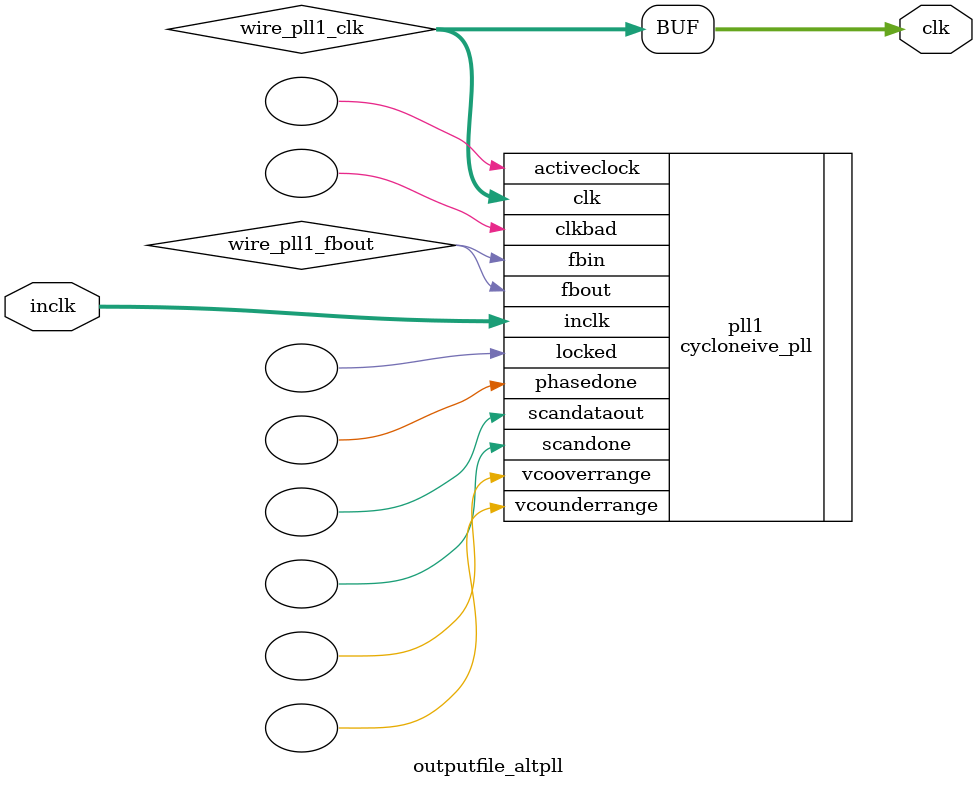
<source format=v>






//synthesis_resources = cycloneive_pll 1 
//synopsys translate_off
`timescale 1 ps / 1 ps
//synopsys translate_on
module  outputfile_altpll
	( 
	clk,
	inclk) /* synthesis synthesis_clearbox=1 */;
	output   [4:0]  clk;
	input   [1:0]  inclk;
`ifndef ALTERA_RESERVED_QIS
// synopsys translate_off
`endif
	tri0   [1:0]  inclk;
`ifndef ALTERA_RESERVED_QIS
// synopsys translate_on
`endif

	wire  [4:0]   wire_pll1_clk;
	wire  wire_pll1_fbout;

	cycloneive_pll   pll1
	( 
	.activeclock(),
	.clk(wire_pll1_clk),
	.clkbad(),
	.fbin(wire_pll1_fbout),
	.fbout(wire_pll1_fbout),
	.inclk(inclk),
	.locked(),
	.phasedone(),
	.scandataout(),
	.scandone(),
	.vcooverrange(),
	.vcounderrange()
	`ifndef FORMAL_VERIFICATION
	// synopsys translate_off
	`endif
	,
	.areset(1'b0),
	.clkswitch(1'b0),
	.configupdate(1'b0),
	.pfdena(1'b1),
	.phasecounterselect({3{1'b0}}),
	.phasestep(1'b0),
	.phaseupdown(1'b0),
	.scanclk(1'b0),
	.scanclkena(1'b1),
	.scandata(1'b0)
	`ifndef FORMAL_VERIFICATION
	// synopsys translate_on
	`endif
	);
	defparam
		pll1.bandwidth_type = "auto",
		pll1.clk0_divide_by = 10,
		pll1.clk0_duty_cycle = 50,
		pll1.clk0_multiply_by = 1,
		pll1.clk0_phase_shift = "0",
		pll1.compensate_clock = "clk0",
		pll1.inclk0_input_frequency = 20000,
		pll1.operation_mode = "normal",
		pll1.pll_type = "auto",
		pll1.lpm_type = "cycloneive_pll";
	assign
		clk = {wire_pll1_clk[4:0]};
endmodule //outputfile_altpll
//VALID FILE

</source>
